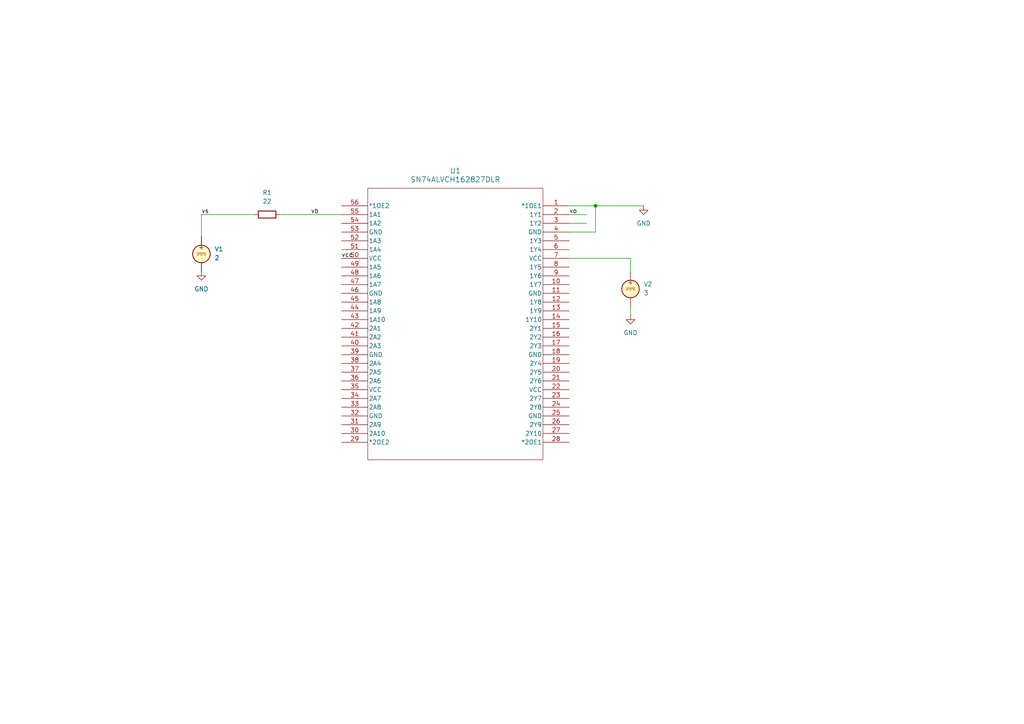
<source format=kicad_sch>
(kicad_sch (version 20231120) (generator "eeschema") (generator_version "8.0")
  (paper "A4")
  (lib_symbols
    (symbol "Device:R" (pin_numbers hide) (pin_names (offset 0))
      (property "Reference" "R" (at 2.032 0 90))
      (property "Value" "R" (at 0 0 90))
      (symbol "R_0_1"
        (rectangle (start -1.016 -2.54) (end 1.016 2.54) (stroke (width 0.254)))
      )
      (symbol "R_1_1"
        (pin passive line (at 0 3.81 270) (length 1.27) (name "~") (number "1"))
        (pin passive line (at 0 -3.81 90) (length 1.27) (name "~") (number "2"))
      )
    )
    (symbol "Simulation_SPICE:VDC" (pin_numbers hide) (pin_names (offset 0.0254))
      (property "Reference" "V" (at 2.54 2.54 0))
      (property "Value" "1" (at 2.54 0 0))
      (symbol "VDC_0_0"
        (polyline (pts (xy -1.27 0.254) (xy 1.27 0.254)))
        (polyline (pts (xy -0.762 -0.254) (xy -1.27 -0.254)))
        (polyline (pts (xy 0.254 -0.254) (xy -0.254 -0.254)))
        (polyline (pts (xy 1.27 -0.254) (xy 0.762 -0.254)))
        (text "+" (at 0 1.905 0) (effects (font (size 1.27 1.27))))
      )
      (symbol "VDC_0_1"
        (circle (center 0 0) (radius 2.54) (stroke (width 0.254)) (fill (type background)))
      )
      (symbol "VDC_1_1"
        (pin passive line (at 0 5.08 270) (length 2.54) (name "~") (number "1"))
        (pin passive line (at 0 -5.08 90) (length 2.54) (name "~") (number "2"))
      )
    )
    (symbol "buffer:SN74ALVCH162827DLR" (pin_names (offset 0.254))
      (property "Reference" "U" (at 33.02 10.16 0))
      (property "Value" "SN74ALVCH162827DLR" (at 33.02 7.62 0))
      (symbol "SN74ALVCH162827DLR_0_1"
        (polyline (pts (xy 7.62 -73.66) (xy 58.42 -73.66)) (stroke (width 0.127)))
        (polyline (pts (xy 7.62 5.08) (xy 7.62 -73.66)) (stroke (width 0.127)))
        (polyline (pts (xy 58.42 -73.66) (xy 58.42 5.08)) (stroke (width 0.127)))
        (polyline (pts (xy 58.42 5.08) (xy 7.62 5.08)) (stroke (width 0.127)))
        (pin input line (at 0 0 0) (length 7.62) (name "*1OE1") (number "1"))
        (pin output line (at 0 -22.86 0) (length 7.62) (name "1Y7") (number "10"))
        (pin power_in line (at 0 -25.4 0) (length 7.62) (name "GND") (number "11"))
        (pin output line (at 0 -27.94 0) (length 7.62) (name "1Y8") (number "12"))
        (pin output line (at 0 -30.48 0) (length 7.62) (name "1Y9") (number "13"))
        (pin output line (at 0 -33.02 0) (length 7.62) (name "1Y10") (number "14"))
        (pin output line (at 0 -35.56 0) (length 7.62) (name "2Y1") (number "15"))
        (pin output line (at 0 -38.1 0) (length 7.62) (name "2Y2") (number "16"))
        (pin output line (at 0 -40.64 0) (length 7.62) (name "2Y3") (number "17"))
        (pin power_in line (at 0 -43.18 0) (length 7.62) (name "GND") (number "18"))
        (pin output line (at 0 -45.72 0) (length 7.62) (name "2Y4") (number "19"))
        (pin output line (at 0 -2.54 0) (length 7.62) (name "1Y1") (number "2"))
        (pin output line (at 0 -48.26 0) (length 7.62) (name "2Y5") (number "20"))
        (pin output line (at 0 -50.8 0) (length 7.62) (name "2Y6") (number "21"))
        (pin power_in line (at 0 -53.34 0) (length 7.62) (name "VCC") (number "22"))
        (pin output line (at 0 -55.88 0) (length 7.62) (name "2Y7") (number "23"))
        (pin output line (at 0 -58.42 0) (length 7.62) (name "2Y8") (number "24"))
        (pin power_in line (at 0 -60.96 0) (length 7.62) (name "GND") (number "25"))
        (pin output line (at 0 -63.5 0) (length 7.62) (name "2Y9") (number "26"))
        (pin output line (at 0 -66.04 0) (length 7.62) (name "2Y10") (number "27"))
        (pin input line (at 0 -68.58 0) (length 7.62) (name "*2OE1") (number "28"))
        (pin input line (at 66.04 -68.58 180) (length 7.62) (name "*2OE2") (number "29"))
        (pin output line (at 0 -5.08 0) (length 7.62) (name "1Y2") (number "3"))
        (pin input line (at 66.04 -66.04 180) (length 7.62) (name "2A10") (number "30"))
        (pin input line (at 66.04 -63.5 180) (length 7.62) (name "2A9") (number "31"))
        (pin power_in line (at 66.04 -60.96 180) (length 7.62) (name "GND") (number "32"))
        (pin input line (at 66.04 -58.42 180) (length 7.62) (name "2A8") (number "33"))
        (pin input line (at 66.04 -55.88 180) (length 7.62) (name "2A7") (number "34"))
        (pin power_in line (at 66.04 -53.34 180) (length 7.62) (name "VCC") (number "35"))
        (pin input line (at 66.04 -50.8 180) (length 7.62) (name "2A6") (number "36"))
        (pin input line (at 66.04 -48.26 180) (length 7.62) (name "2A5") (number "37"))
        (pin input line (at 66.04 -45.72 180) (length 7.62) (name "2A4") (number "38"))
        (pin power_in line (at 66.04 -43.18 180) (length 7.62) (name "GND") (number "39"))
        (pin power_in line (at 0 -7.62 0) (length 7.62) (name "GND") (number "4"))
        (pin input line (at 66.04 -40.64 180) (length 7.62) (name "2A3") (number "40"))
        (pin input line (at 66.04 -38.1 180) (length 7.62) (name "2A2") (number "41"))
        (pin input line (at 66.04 -35.56 180) (length 7.62) (name "2A1") (number "42"))
        (pin input line (at 66.04 -33.02 180) (length 7.62) (name "1A10") (number "43"))
        (pin input line (at 66.04 -30.48 180) (length 7.62) (name "1A9") (number "44"))
        (pin input line (at 66.04 -27.94 180) (length 7.62) (name "1A8") (number "45"))
        (pin power_in line (at 66.04 -25.4 180) (length 7.62) (name "GND") (number "46"))
        (pin input line (at 66.04 -22.86 180) (length 7.62) (name "1A7") (number "47"))
        (pin input line (at 66.04 -20.32 180) (length 7.62) (name "1A6") (number "48"))
        (pin input line (at 66.04 -17.78 180) (length 7.62) (name "1A5") (number "49"))
        (pin output line (at 0 -10.16 0) (length 7.62) (name "1Y3") (number "5"))
        (pin power_in line (at 66.04 -15.24 180) (length 7.62) (name "VCC") (number "50"))
        (pin input line (at 66.04 -12.7 180) (length 7.62) (name "1A4") (number "51"))
        (pin input line (at 66.04 -10.16 180) (length 7.62) (name "1A3") (number "52"))
        (pin power_in line (at 66.04 -7.62 180) (length 7.62) (name "GND") (number "53"))
        (pin input line (at 66.04 -5.08 180) (length 7.62) (name "1A2") (number "54"))
        (pin input line (at 66.04 -2.54 180) (length 7.62) (name "1A1") (number "55"))
        (pin input line (at 66.04 0 180) (length 7.62) (name "*1OE2") (number "56"))
        (pin output line (at 0 -12.7 0) (length 7.62) (name "1Y4") (number "6"))
        (pin power_in line (at 0 -15.24 0) (length 7.62) (name "VCC") (number "7"))
        (pin output line (at 0 -17.78 0) (length 7.62) (name "1Y5") (number "8"))
        (pin output line (at 0 -20.32 0) (length 7.62) (name "1Y6") (number "9"))
      )
    )
    (symbol "power:GND" (power) (pin_numbers hide) (pin_names (offset 0) hide)
      (property "Value" "GND" (at 0 -3.81 0))
      (symbol "GND_0_1"
        (polyline (pts (xy 0 0) (xy 0 -1.27) (xy 1.27 -1.27) (xy 0 -2.54) (xy -1.27 -1.27) (xy 0 -1.27)))
      )
      (symbol "GND_1_1"
        (pin power_in line (at 0 0 270) (length 0) (name "~") (number "1"))
      )
    )
  )
  (junction (at 172.72 59.69))
  (wire (pts (xy 172.72 67.31) (xy 172.72 59.69)))
  (wire (pts (xy 81.28 62.23) (xy 99.06 62.23)))
  (wire (pts (xy 172.72 59.69) (xy 186.69 59.69)))
  (wire (pts (xy 182.88 78.74) (xy 182.88 74.93)))
  (wire (pts (xy 165.1 64.77) (xy 170.18 64.77)))
  (wire (pts (xy 165.1 62.23) (xy 170.18 62.23)))
  (wire (pts (xy 58.42 62.23) (xy 58.42 68.58)))
  (wire (pts (xy 182.88 74.93) (xy 165.1 74.93)))
  (wire (pts (xy 165.1 59.69) (xy 172.72 59.69)))
  (wire (pts (xy 182.88 88.9) (xy 182.88 91.44)))
  (wire (pts (xy 165.1 67.31) (xy 172.72 67.31)))
  (wire (pts (xy 58.42 62.23) (xy 73.66 62.23)))
  (label "vo" (at 165.1 62.23 0))
  (label "vs" (at 58.42 62.23 0))
  (label "vb" (at 90.17 62.23 0))
  (label "vcc" (at 99.06 74.93 0))
  (symbol (lib_id "power:GND") (at 182.88 91.44 0) (unit 1)
    (property "Reference" "#PWR04" (effects (hide yes)))
    (property "Value" "GND" (at 182.88 96.52 0))
    (property "Description" "Power symbol creates a global label with name \"GND\" , ground" (effects (hide yes)))
  )
  (symbol (lib_id "Device:R") (at 77.47 62.23 90) (unit 1)
    (property "Reference" "R1" (at 77.47 55.88 90))
    (property "Value" "22" (at 77.47 58.42 90))
    (property "Description" "Resistor" (effects (hide yes)))
    (property "Sim.Device" "R" (effects (hide yes)))
    (property "Sim.Pins" "1=+ 2=-" (effects (hide yes)))
  )
  (symbol (lib_id "buffer:SN74ALVCH162827DLR") (at 165.1 59.69 0) (mirror y) (unit 1)
    (property "Reference" "U1" (at 132.08 49.53 0) (effects (font (size 1.524 1.524))))
    (property "Value" "SN74ALVCH162827DLR" (at 132.08 52.07 0) (effects (font (size 1.524 1.524))))
    (property "Footprint" "DL56" (effects (hide yes)))
    (property "Datasheet" "SN74ALVCH162827DLR" (effects (hide yes)))
    (property "Sim.Library" "/home/maxwell/github-repos/sp-24-EE628/6_Test/2_PCB/test_board_1/TestBoardEDA/models/SN74ALVCH162827.lib" (effects (hide yes)))
    (property "Sim.Name" "SN74ALVCH162827" (effects (hide yes)))
    (property "Sim.Device" "SUBCKT" (effects (hide yes)))
    (property "Sim.Pins" "1=OEZ 2=Y 7=VCC 53=AGND 55=A" (effects (hide yes)))
  )
  (symbol (lib_id "power:GND") (at 58.42 78.74 0) (unit 1)
    (property "Reference" "#PWR03" (effects (hide yes)))
    (property "Value" "GND" (at 58.42 83.82 0))
    (property "Description" "Power symbol creates a global label with name \"GND\" , ground" (effects (hide yes)))
  )
  (symbol (lib_id "Simulation_SPICE:VDC") (at 182.88 83.82 0) (unit 1)
    (property "Reference" "V2" (at 186.69 82.4201 0) (effects (justify left)))
    (property "Value" "3" (at 186.69 84.9601 0) (effects (justify left)))
    (property "Datasheet" "https://ngspice.sourceforge.io/docs/ngspice-html-manual/manual.xhtml#sec_Independent_Sources_for" (effects (hide yes)))
    (property "Description" "Voltage source, DC" (effects (hide yes)))
    (property "Sim.Pins" "1=+ 2=-" (effects (hide yes)))
    (property "Sim.Type" "DC" (effects (hide yes)))
    (property "Sim.Device" "V" (effects (hide yes)))
  )
  (symbol (lib_id "power:GND") (at 186.69 59.69 0) (unit 1)
    (property "Reference" "#PWR01" (effects (hide yes)))
    (property "Value" "GND" (at 186.69 64.77 0))
    (property "Description" "Power symbol creates a global label with name \"GND\" , ground" (effects (hide yes)))
  )
  (symbol (lib_id "Simulation_SPICE:VDC") (at 58.42 73.66 0) (unit 1)
    (property "Reference" "V1" (at 62.23 72.2601 0) (effects (justify left)))
    (property "Value" "2" (at 62.23 74.8001 0) (effects (justify left)))
    (property "Datasheet" "https://ngspice.sourceforge.io/docs/ngspice-html-manual/manual.xhtml#sec_Independent_Sources_for" (effects (hide yes)))
    (property "Description" "Voltage source, DC" (effects (hide yes)))
    (property "Sim.Pins" "1=+ 2=-" (effects (hide yes)))
    (property "Sim.Type" "DC" (effects (hide yes)))
    (property "Sim.Device" "V" (effects (hide yes)))
  )
)
</source>
